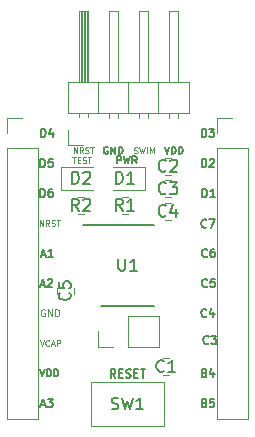
<source format=gbr>
G04 #@! TF.GenerationSoftware,KiCad,Pcbnew,(5.1.4)-1*
G04 #@! TF.CreationDate,2019-11-17T02:46:42+01:00*
G04 #@! TF.ProjectId,STM8_board,53544d38-5f62-46f6-9172-642e6b696361,1.0*
G04 #@! TF.SameCoordinates,Original*
G04 #@! TF.FileFunction,Legend,Top*
G04 #@! TF.FilePolarity,Positive*
%FSLAX46Y46*%
G04 Gerber Fmt 4.6, Leading zero omitted, Abs format (unit mm)*
G04 Created by KiCad (PCBNEW (5.1.4)-1) date 2019-11-17 02:46:42*
%MOMM*%
%LPD*%
G04 APERTURE LIST*
%ADD10C,0.125000*%
%ADD11C,0.150000*%
%ADD12C,0.120000*%
G04 APERTURE END LIST*
D10*
X137481571Y-84490690D02*
X137481571Y-83990690D01*
X137767285Y-84490690D01*
X137767285Y-83990690D01*
X138291095Y-84490690D02*
X138124428Y-84252595D01*
X138005380Y-84490690D02*
X138005380Y-83990690D01*
X138195857Y-83990690D01*
X138243476Y-84014500D01*
X138267285Y-84038309D01*
X138291095Y-84085928D01*
X138291095Y-84157357D01*
X138267285Y-84204976D01*
X138243476Y-84228785D01*
X138195857Y-84252595D01*
X138005380Y-84252595D01*
X138481571Y-84466880D02*
X138553000Y-84490690D01*
X138672047Y-84490690D01*
X138719666Y-84466880D01*
X138743476Y-84443071D01*
X138767285Y-84395452D01*
X138767285Y-84347833D01*
X138743476Y-84300214D01*
X138719666Y-84276404D01*
X138672047Y-84252595D01*
X138576809Y-84228785D01*
X138529190Y-84204976D01*
X138505380Y-84181166D01*
X138481571Y-84133547D01*
X138481571Y-84085928D01*
X138505380Y-84038309D01*
X138529190Y-84014500D01*
X138576809Y-83990690D01*
X138695857Y-83990690D01*
X138767285Y-84014500D01*
X138910142Y-83990690D02*
X139195857Y-83990690D01*
X139053000Y-84490690D02*
X139053000Y-83990690D01*
D11*
X140385857Y-83964500D02*
X140328714Y-83935928D01*
X140243000Y-83935928D01*
X140157285Y-83964500D01*
X140100142Y-84021642D01*
X140071571Y-84078785D01*
X140043000Y-84193071D01*
X140043000Y-84278785D01*
X140071571Y-84393071D01*
X140100142Y-84450214D01*
X140157285Y-84507357D01*
X140243000Y-84535928D01*
X140300142Y-84535928D01*
X140385857Y-84507357D01*
X140414428Y-84478785D01*
X140414428Y-84278785D01*
X140300142Y-84278785D01*
X140671571Y-84535928D02*
X140671571Y-83935928D01*
X141014428Y-84535928D01*
X141014428Y-83935928D01*
X141300142Y-84535928D02*
X141300142Y-83935928D01*
X141443000Y-83935928D01*
X141528714Y-83964500D01*
X141585857Y-84021642D01*
X141614428Y-84078785D01*
X141643000Y-84193071D01*
X141643000Y-84278785D01*
X141614428Y-84393071D01*
X141585857Y-84450214D01*
X141528714Y-84507357D01*
X141443000Y-84535928D01*
X141300142Y-84535928D01*
D10*
X142613166Y-84466880D02*
X142684595Y-84490690D01*
X142803642Y-84490690D01*
X142851261Y-84466880D01*
X142875071Y-84443071D01*
X142898880Y-84395452D01*
X142898880Y-84347833D01*
X142875071Y-84300214D01*
X142851261Y-84276404D01*
X142803642Y-84252595D01*
X142708404Y-84228785D01*
X142660785Y-84204976D01*
X142636976Y-84181166D01*
X142613166Y-84133547D01*
X142613166Y-84085928D01*
X142636976Y-84038309D01*
X142660785Y-84014500D01*
X142708404Y-83990690D01*
X142827452Y-83990690D01*
X142898880Y-84014500D01*
X143065547Y-83990690D02*
X143184595Y-84490690D01*
X143279833Y-84133547D01*
X143375071Y-84490690D01*
X143494119Y-83990690D01*
X143684595Y-84490690D02*
X143684595Y-83990690D01*
X143922690Y-84490690D02*
X143922690Y-83990690D01*
X144089357Y-84347833D01*
X144256023Y-83990690D01*
X144256023Y-84490690D01*
D11*
X145186500Y-83935928D02*
X145386500Y-84535928D01*
X145586500Y-83935928D01*
X145786500Y-84535928D02*
X145786500Y-83935928D01*
X145929357Y-83935928D01*
X146015071Y-83964500D01*
X146072214Y-84021642D01*
X146100785Y-84078785D01*
X146129357Y-84193071D01*
X146129357Y-84278785D01*
X146100785Y-84393071D01*
X146072214Y-84450214D01*
X146015071Y-84507357D01*
X145929357Y-84535928D01*
X145786500Y-84535928D01*
X146386500Y-84535928D02*
X146386500Y-83935928D01*
X146529357Y-83935928D01*
X146615071Y-83964500D01*
X146672214Y-84021642D01*
X146700785Y-84078785D01*
X146729357Y-84193071D01*
X146729357Y-84278785D01*
X146700785Y-84393071D01*
X146672214Y-84450214D01*
X146615071Y-84507357D01*
X146529357Y-84535928D01*
X146386500Y-84535928D01*
X148390833Y-88200666D02*
X148390833Y-87500666D01*
X148557500Y-87500666D01*
X148657500Y-87534000D01*
X148724166Y-87600666D01*
X148757500Y-87667333D01*
X148790833Y-87800666D01*
X148790833Y-87900666D01*
X148757500Y-88034000D01*
X148724166Y-88100666D01*
X148657500Y-88167333D01*
X148557500Y-88200666D01*
X148390833Y-88200666D01*
X149457500Y-88200666D02*
X149057500Y-88200666D01*
X149257500Y-88200666D02*
X149257500Y-87500666D01*
X149190833Y-87600666D01*
X149124166Y-87667333D01*
X149057500Y-87700666D01*
X134738333Y-83120666D02*
X134738333Y-82420666D01*
X134905000Y-82420666D01*
X135005000Y-82454000D01*
X135071666Y-82520666D01*
X135105000Y-82587333D01*
X135138333Y-82720666D01*
X135138333Y-82820666D01*
X135105000Y-82954000D01*
X135071666Y-83020666D01*
X135005000Y-83087333D01*
X134905000Y-83120666D01*
X134738333Y-83120666D01*
X135738333Y-82654000D02*
X135738333Y-83120666D01*
X135571666Y-82387333D02*
X135405000Y-82887333D01*
X135838333Y-82887333D01*
X134674833Y-85660666D02*
X134674833Y-84960666D01*
X134841500Y-84960666D01*
X134941500Y-84994000D01*
X135008166Y-85060666D01*
X135041500Y-85127333D01*
X135074833Y-85260666D01*
X135074833Y-85360666D01*
X135041500Y-85494000D01*
X135008166Y-85560666D01*
X134941500Y-85627333D01*
X134841500Y-85660666D01*
X134674833Y-85660666D01*
X135708166Y-84960666D02*
X135374833Y-84960666D01*
X135341500Y-85294000D01*
X135374833Y-85260666D01*
X135441500Y-85227333D01*
X135608166Y-85227333D01*
X135674833Y-85260666D01*
X135708166Y-85294000D01*
X135741500Y-85360666D01*
X135741500Y-85527333D01*
X135708166Y-85594000D01*
X135674833Y-85627333D01*
X135608166Y-85660666D01*
X135441500Y-85660666D01*
X135374833Y-85627333D01*
X135341500Y-85594000D01*
X134674833Y-88200666D02*
X134674833Y-87500666D01*
X134841500Y-87500666D01*
X134941500Y-87534000D01*
X135008166Y-87600666D01*
X135041500Y-87667333D01*
X135074833Y-87800666D01*
X135074833Y-87900666D01*
X135041500Y-88034000D01*
X135008166Y-88100666D01*
X134941500Y-88167333D01*
X134841500Y-88200666D01*
X134674833Y-88200666D01*
X135674833Y-87500666D02*
X135541500Y-87500666D01*
X135474833Y-87534000D01*
X135441500Y-87567333D01*
X135374833Y-87667333D01*
X135341500Y-87800666D01*
X135341500Y-88067333D01*
X135374833Y-88134000D01*
X135408166Y-88167333D01*
X135474833Y-88200666D01*
X135608166Y-88200666D01*
X135674833Y-88167333D01*
X135708166Y-88134000D01*
X135741500Y-88067333D01*
X135741500Y-87900666D01*
X135708166Y-87834000D01*
X135674833Y-87800666D01*
X135608166Y-87767333D01*
X135474833Y-87767333D01*
X135408166Y-87800666D01*
X135374833Y-87834000D01*
X135341500Y-87900666D01*
X148327333Y-85660666D02*
X148327333Y-84960666D01*
X148494000Y-84960666D01*
X148594000Y-84994000D01*
X148660666Y-85060666D01*
X148694000Y-85127333D01*
X148727333Y-85260666D01*
X148727333Y-85360666D01*
X148694000Y-85494000D01*
X148660666Y-85560666D01*
X148594000Y-85627333D01*
X148494000Y-85660666D01*
X148327333Y-85660666D01*
X148994000Y-85027333D02*
X149027333Y-84994000D01*
X149094000Y-84960666D01*
X149260666Y-84960666D01*
X149327333Y-84994000D01*
X149360666Y-85027333D01*
X149394000Y-85094000D01*
X149394000Y-85160666D01*
X149360666Y-85260666D01*
X148960666Y-85660666D01*
X149394000Y-85660666D01*
X148727333Y-90737500D02*
X148694000Y-90770833D01*
X148594000Y-90804166D01*
X148527333Y-90804166D01*
X148427333Y-90770833D01*
X148360666Y-90704166D01*
X148327333Y-90637500D01*
X148294000Y-90504166D01*
X148294000Y-90404166D01*
X148327333Y-90270833D01*
X148360666Y-90204166D01*
X148427333Y-90137500D01*
X148527333Y-90104166D01*
X148594000Y-90104166D01*
X148694000Y-90137500D01*
X148727333Y-90170833D01*
X148960666Y-90104166D02*
X149427333Y-90104166D01*
X149127333Y-90804166D01*
X148790833Y-93214000D02*
X148757500Y-93247333D01*
X148657500Y-93280666D01*
X148590833Y-93280666D01*
X148490833Y-93247333D01*
X148424166Y-93180666D01*
X148390833Y-93114000D01*
X148357500Y-92980666D01*
X148357500Y-92880666D01*
X148390833Y-92747333D01*
X148424166Y-92680666D01*
X148490833Y-92614000D01*
X148590833Y-92580666D01*
X148657500Y-92580666D01*
X148757500Y-92614000D01*
X148790833Y-92647333D01*
X149390833Y-92580666D02*
X149257500Y-92580666D01*
X149190833Y-92614000D01*
X149157500Y-92647333D01*
X149090833Y-92747333D01*
X149057500Y-92880666D01*
X149057500Y-93147333D01*
X149090833Y-93214000D01*
X149124166Y-93247333D01*
X149190833Y-93280666D01*
X149324166Y-93280666D01*
X149390833Y-93247333D01*
X149424166Y-93214000D01*
X149457500Y-93147333D01*
X149457500Y-92980666D01*
X149424166Y-92914000D01*
X149390833Y-92880666D01*
X149324166Y-92847333D01*
X149190833Y-92847333D01*
X149124166Y-92880666D01*
X149090833Y-92914000D01*
X149057500Y-92980666D01*
X148790833Y-95754000D02*
X148757500Y-95787333D01*
X148657500Y-95820666D01*
X148590833Y-95820666D01*
X148490833Y-95787333D01*
X148424166Y-95720666D01*
X148390833Y-95654000D01*
X148357500Y-95520666D01*
X148357500Y-95420666D01*
X148390833Y-95287333D01*
X148424166Y-95220666D01*
X148490833Y-95154000D01*
X148590833Y-95120666D01*
X148657500Y-95120666D01*
X148757500Y-95154000D01*
X148790833Y-95187333D01*
X149424166Y-95120666D02*
X149090833Y-95120666D01*
X149057500Y-95454000D01*
X149090833Y-95420666D01*
X149157500Y-95387333D01*
X149324166Y-95387333D01*
X149390833Y-95420666D01*
X149424166Y-95454000D01*
X149457500Y-95520666D01*
X149457500Y-95687333D01*
X149424166Y-95754000D01*
X149390833Y-95787333D01*
X149324166Y-95820666D01*
X149157500Y-95820666D01*
X149090833Y-95787333D01*
X149057500Y-95754000D01*
X148727333Y-98294000D02*
X148694000Y-98327333D01*
X148594000Y-98360666D01*
X148527333Y-98360666D01*
X148427333Y-98327333D01*
X148360666Y-98260666D01*
X148327333Y-98194000D01*
X148294000Y-98060666D01*
X148294000Y-97960666D01*
X148327333Y-97827333D01*
X148360666Y-97760666D01*
X148427333Y-97694000D01*
X148527333Y-97660666D01*
X148594000Y-97660666D01*
X148694000Y-97694000D01*
X148727333Y-97727333D01*
X149327333Y-97894000D02*
X149327333Y-98360666D01*
X149160666Y-97627333D02*
X148994000Y-98127333D01*
X149427333Y-98127333D01*
X148917833Y-100580000D02*
X148884500Y-100613333D01*
X148784500Y-100646666D01*
X148717833Y-100646666D01*
X148617833Y-100613333D01*
X148551166Y-100546666D01*
X148517833Y-100480000D01*
X148484500Y-100346666D01*
X148484500Y-100246666D01*
X148517833Y-100113333D01*
X148551166Y-100046666D01*
X148617833Y-99980000D01*
X148717833Y-99946666D01*
X148784500Y-99946666D01*
X148884500Y-99980000D01*
X148917833Y-100013333D01*
X149151166Y-99946666D02*
X149584500Y-99946666D01*
X149351166Y-100213333D01*
X149451166Y-100213333D01*
X149517833Y-100246666D01*
X149551166Y-100280000D01*
X149584500Y-100346666D01*
X149584500Y-100513333D01*
X149551166Y-100580000D01*
X149517833Y-100613333D01*
X149451166Y-100646666D01*
X149251166Y-100646666D01*
X149184500Y-100613333D01*
X149151166Y-100580000D01*
X148560666Y-103074000D02*
X148660666Y-103107333D01*
X148694000Y-103140666D01*
X148727333Y-103207333D01*
X148727333Y-103307333D01*
X148694000Y-103374000D01*
X148660666Y-103407333D01*
X148594000Y-103440666D01*
X148327333Y-103440666D01*
X148327333Y-102740666D01*
X148560666Y-102740666D01*
X148627333Y-102774000D01*
X148660666Y-102807333D01*
X148694000Y-102874000D01*
X148694000Y-102940666D01*
X148660666Y-103007333D01*
X148627333Y-103040666D01*
X148560666Y-103074000D01*
X148327333Y-103074000D01*
X149327333Y-102974000D02*
X149327333Y-103440666D01*
X149160666Y-102707333D02*
X148994000Y-103207333D01*
X149427333Y-103207333D01*
X148560666Y-105614000D02*
X148660666Y-105647333D01*
X148694000Y-105680666D01*
X148727333Y-105747333D01*
X148727333Y-105847333D01*
X148694000Y-105914000D01*
X148660666Y-105947333D01*
X148594000Y-105980666D01*
X148327333Y-105980666D01*
X148327333Y-105280666D01*
X148560666Y-105280666D01*
X148627333Y-105314000D01*
X148660666Y-105347333D01*
X148694000Y-105414000D01*
X148694000Y-105480666D01*
X148660666Y-105547333D01*
X148627333Y-105580666D01*
X148560666Y-105614000D01*
X148327333Y-105614000D01*
X149360666Y-105280666D02*
X149027333Y-105280666D01*
X148994000Y-105614000D01*
X149027333Y-105580666D01*
X149094000Y-105547333D01*
X149260666Y-105547333D01*
X149327333Y-105580666D01*
X149360666Y-105614000D01*
X149394000Y-105680666D01*
X149394000Y-105847333D01*
X149360666Y-105914000D01*
X149327333Y-105947333D01*
X149260666Y-105980666D01*
X149094000Y-105980666D01*
X149027333Y-105947333D01*
X148994000Y-105914000D01*
X141032833Y-103504166D02*
X140799500Y-103170833D01*
X140632833Y-103504166D02*
X140632833Y-102804166D01*
X140899500Y-102804166D01*
X140966166Y-102837500D01*
X140999500Y-102870833D01*
X141032833Y-102937500D01*
X141032833Y-103037500D01*
X140999500Y-103104166D01*
X140966166Y-103137500D01*
X140899500Y-103170833D01*
X140632833Y-103170833D01*
X141332833Y-103137500D02*
X141566166Y-103137500D01*
X141666166Y-103504166D02*
X141332833Y-103504166D01*
X141332833Y-102804166D01*
X141666166Y-102804166D01*
X141932833Y-103470833D02*
X142032833Y-103504166D01*
X142199500Y-103504166D01*
X142266166Y-103470833D01*
X142299500Y-103437500D01*
X142332833Y-103370833D01*
X142332833Y-103304166D01*
X142299500Y-103237500D01*
X142266166Y-103204166D01*
X142199500Y-103170833D01*
X142066166Y-103137500D01*
X141999500Y-103104166D01*
X141966166Y-103070833D01*
X141932833Y-103004166D01*
X141932833Y-102937500D01*
X141966166Y-102870833D01*
X141999500Y-102837500D01*
X142066166Y-102804166D01*
X142232833Y-102804166D01*
X142332833Y-102837500D01*
X142632833Y-103137500D02*
X142866166Y-103137500D01*
X142966166Y-103504166D02*
X142632833Y-103504166D01*
X142632833Y-102804166D01*
X142966166Y-102804166D01*
X143166166Y-102804166D02*
X143566166Y-102804166D01*
X143366166Y-103504166D02*
X143366166Y-102804166D01*
X134723833Y-105780666D02*
X135057166Y-105780666D01*
X134657166Y-105980666D02*
X134890500Y-105280666D01*
X135123833Y-105980666D01*
X135290500Y-105280666D02*
X135723833Y-105280666D01*
X135490500Y-105547333D01*
X135590500Y-105547333D01*
X135657166Y-105580666D01*
X135690500Y-105614000D01*
X135723833Y-105680666D01*
X135723833Y-105847333D01*
X135690500Y-105914000D01*
X135657166Y-105947333D01*
X135590500Y-105980666D01*
X135390500Y-105980666D01*
X135323833Y-105947333D01*
X135290500Y-105914000D01*
X148327333Y-83120666D02*
X148327333Y-82420666D01*
X148494000Y-82420666D01*
X148594000Y-82454000D01*
X148660666Y-82520666D01*
X148694000Y-82587333D01*
X148727333Y-82720666D01*
X148727333Y-82820666D01*
X148694000Y-82954000D01*
X148660666Y-83020666D01*
X148594000Y-83087333D01*
X148494000Y-83120666D01*
X148327333Y-83120666D01*
X148960666Y-82420666D02*
X149394000Y-82420666D01*
X149160666Y-82687333D01*
X149260666Y-82687333D01*
X149327333Y-82720666D01*
X149360666Y-82754000D01*
X149394000Y-82820666D01*
X149394000Y-82987333D01*
X149360666Y-83054000D01*
X149327333Y-83087333D01*
X149260666Y-83120666D01*
X149060666Y-83120666D01*
X148994000Y-83087333D01*
X148960666Y-83054000D01*
X134647642Y-102795428D02*
X134847642Y-103395428D01*
X135047642Y-102795428D01*
X135247642Y-103395428D02*
X135247642Y-102795428D01*
X135390500Y-102795428D01*
X135476214Y-102824000D01*
X135533357Y-102881142D01*
X135561928Y-102938285D01*
X135590500Y-103052571D01*
X135590500Y-103138285D01*
X135561928Y-103252571D01*
X135533357Y-103309714D01*
X135476214Y-103366857D01*
X135390500Y-103395428D01*
X135247642Y-103395428D01*
X135847642Y-103395428D02*
X135847642Y-102795428D01*
X135990500Y-102795428D01*
X136076214Y-102824000D01*
X136133357Y-102881142D01*
X136161928Y-102938285D01*
X136190500Y-103052571D01*
X136190500Y-103138285D01*
X136161928Y-103252571D01*
X136133357Y-103309714D01*
X136076214Y-103366857D01*
X135990500Y-103395428D01*
X135847642Y-103395428D01*
D10*
X134628047Y-100310190D02*
X134794714Y-100810190D01*
X134961380Y-100310190D01*
X135413761Y-100762571D02*
X135389952Y-100786380D01*
X135318523Y-100810190D01*
X135270904Y-100810190D01*
X135199476Y-100786380D01*
X135151857Y-100738761D01*
X135128047Y-100691142D01*
X135104238Y-100595904D01*
X135104238Y-100524476D01*
X135128047Y-100429238D01*
X135151857Y-100381619D01*
X135199476Y-100334000D01*
X135270904Y-100310190D01*
X135318523Y-100310190D01*
X135389952Y-100334000D01*
X135413761Y-100357809D01*
X135604238Y-100667333D02*
X135842333Y-100667333D01*
X135556619Y-100810190D02*
X135723285Y-100310190D01*
X135889952Y-100810190D01*
X136056619Y-100810190D02*
X136056619Y-100310190D01*
X136247095Y-100310190D01*
X136294714Y-100334000D01*
X136318523Y-100357809D01*
X136342333Y-100405428D01*
X136342333Y-100476857D01*
X136318523Y-100524476D01*
X136294714Y-100548285D01*
X136247095Y-100572095D01*
X136056619Y-100572095D01*
D11*
X134691500Y-95620666D02*
X135024833Y-95620666D01*
X134624833Y-95820666D02*
X134858166Y-95120666D01*
X135091500Y-95820666D01*
X135291500Y-95187333D02*
X135324833Y-95154000D01*
X135391500Y-95120666D01*
X135558166Y-95120666D01*
X135624833Y-95154000D01*
X135658166Y-95187333D01*
X135691500Y-95254000D01*
X135691500Y-95320666D01*
X135658166Y-95420666D01*
X135258166Y-95820666D01*
X135691500Y-95820666D01*
D10*
X135031392Y-97744000D02*
X134974250Y-97715428D01*
X134888535Y-97715428D01*
X134802821Y-97744000D01*
X134745678Y-97801142D01*
X134717107Y-97858285D01*
X134688535Y-97972571D01*
X134688535Y-98058285D01*
X134717107Y-98172571D01*
X134745678Y-98229714D01*
X134802821Y-98286857D01*
X134888535Y-98315428D01*
X134945678Y-98315428D01*
X135031392Y-98286857D01*
X135059964Y-98258285D01*
X135059964Y-98058285D01*
X134945678Y-98058285D01*
X135317107Y-98315428D02*
X135317107Y-97715428D01*
X135659964Y-98315428D01*
X135659964Y-97715428D01*
X135945678Y-98315428D02*
X135945678Y-97715428D01*
X136088535Y-97715428D01*
X136174250Y-97744000D01*
X136231392Y-97801142D01*
X136259964Y-97858285D01*
X136288535Y-97972571D01*
X136288535Y-98058285D01*
X136259964Y-98172571D01*
X136231392Y-98229714D01*
X136174250Y-98286857D01*
X136088535Y-98315428D01*
X135945678Y-98315428D01*
X134624071Y-90650190D02*
X134624071Y-90150190D01*
X134909785Y-90650190D01*
X134909785Y-90150190D01*
X135433595Y-90650190D02*
X135266928Y-90412095D01*
X135147880Y-90650190D02*
X135147880Y-90150190D01*
X135338357Y-90150190D01*
X135385976Y-90174000D01*
X135409785Y-90197809D01*
X135433595Y-90245428D01*
X135433595Y-90316857D01*
X135409785Y-90364476D01*
X135385976Y-90388285D01*
X135338357Y-90412095D01*
X135147880Y-90412095D01*
X135624071Y-90626380D02*
X135695500Y-90650190D01*
X135814547Y-90650190D01*
X135862166Y-90626380D01*
X135885976Y-90602571D01*
X135909785Y-90554952D01*
X135909785Y-90507333D01*
X135885976Y-90459714D01*
X135862166Y-90435904D01*
X135814547Y-90412095D01*
X135719309Y-90388285D01*
X135671690Y-90364476D01*
X135647880Y-90340666D01*
X135624071Y-90293047D01*
X135624071Y-90245428D01*
X135647880Y-90197809D01*
X135671690Y-90174000D01*
X135719309Y-90150190D01*
X135838357Y-90150190D01*
X135909785Y-90174000D01*
X136052642Y-90150190D02*
X136338357Y-90150190D01*
X136195500Y-90650190D02*
X136195500Y-90150190D01*
D11*
X134755000Y-93080666D02*
X135088333Y-93080666D01*
X134688333Y-93280666D02*
X134921666Y-92580666D01*
X135155000Y-93280666D01*
X135755000Y-93280666D02*
X135355000Y-93280666D01*
X135555000Y-93280666D02*
X135555000Y-92580666D01*
X135488333Y-92680666D01*
X135421666Y-92747333D01*
X135355000Y-92780666D01*
D10*
X137378380Y-84816190D02*
X137664095Y-84816190D01*
X137521238Y-85316190D02*
X137521238Y-84816190D01*
X137830761Y-85054285D02*
X137997428Y-85054285D01*
X138068857Y-85316190D02*
X137830761Y-85316190D01*
X137830761Y-84816190D01*
X138068857Y-84816190D01*
X138259333Y-85292380D02*
X138330761Y-85316190D01*
X138449809Y-85316190D01*
X138497428Y-85292380D01*
X138521238Y-85268571D01*
X138545047Y-85220952D01*
X138545047Y-85173333D01*
X138521238Y-85125714D01*
X138497428Y-85101904D01*
X138449809Y-85078095D01*
X138354571Y-85054285D01*
X138306952Y-85030476D01*
X138283142Y-85006666D01*
X138259333Y-84959047D01*
X138259333Y-84911428D01*
X138283142Y-84863809D01*
X138306952Y-84840000D01*
X138354571Y-84816190D01*
X138473619Y-84816190D01*
X138545047Y-84840000D01*
X138687904Y-84816190D02*
X138973619Y-84816190D01*
X138830761Y-85316190D02*
X138830761Y-84816190D01*
D11*
X141186000Y-85361428D02*
X141186000Y-84761428D01*
X141414571Y-84761428D01*
X141471714Y-84790000D01*
X141500285Y-84818571D01*
X141528857Y-84875714D01*
X141528857Y-84961428D01*
X141500285Y-85018571D01*
X141471714Y-85047142D01*
X141414571Y-85075714D01*
X141186000Y-85075714D01*
X141728857Y-84761428D02*
X141871714Y-85361428D01*
X141986000Y-84932857D01*
X142100285Y-85361428D01*
X142243142Y-84761428D01*
X142814571Y-85361428D02*
X142614571Y-85075714D01*
X142471714Y-85361428D02*
X142471714Y-84761428D01*
X142700285Y-84761428D01*
X142757428Y-84790000D01*
X142786000Y-84818571D01*
X142814571Y-84875714D01*
X142814571Y-84961428D01*
X142786000Y-85018571D01*
X142757428Y-85047142D01*
X142700285Y-85075714D01*
X142471714Y-85075714D01*
X138299500Y-90530000D02*
X144274500Y-90530000D01*
X139824500Y-97430000D02*
X144274500Y-97430000D01*
D12*
X145204922Y-86793000D02*
X145722078Y-86793000D01*
X145204922Y-88213000D02*
X145722078Y-88213000D01*
X137033000Y-83820000D02*
X137033000Y-82550000D01*
X138303000Y-83820000D02*
X137033000Y-83820000D01*
X146303000Y-81507071D02*
X146303000Y-81110000D01*
X145543000Y-81507071D02*
X145543000Y-81110000D01*
X146303000Y-72450000D02*
X146303000Y-78450000D01*
X145543000Y-72450000D02*
X146303000Y-72450000D01*
X145543000Y-78450000D02*
X145543000Y-72450000D01*
X144653000Y-81110000D02*
X144653000Y-78450000D01*
X143763000Y-81507071D02*
X143763000Y-81110000D01*
X143003000Y-81507071D02*
X143003000Y-81110000D01*
X143763000Y-72450000D02*
X143763000Y-78450000D01*
X143003000Y-72450000D02*
X143763000Y-72450000D01*
X143003000Y-78450000D02*
X143003000Y-72450000D01*
X142113000Y-81110000D02*
X142113000Y-78450000D01*
X141223000Y-81507071D02*
X141223000Y-81110000D01*
X140463000Y-81507071D02*
X140463000Y-81110000D01*
X141223000Y-72450000D02*
X141223000Y-78450000D01*
X140463000Y-72450000D02*
X141223000Y-72450000D01*
X140463000Y-78450000D02*
X140463000Y-72450000D01*
X139573000Y-81110000D02*
X139573000Y-78450000D01*
X138683000Y-81440000D02*
X138683000Y-81110000D01*
X137923000Y-81440000D02*
X137923000Y-81110000D01*
X138583000Y-78450000D02*
X138583000Y-72450000D01*
X138463000Y-78450000D02*
X138463000Y-72450000D01*
X138343000Y-78450000D02*
X138343000Y-72450000D01*
X138223000Y-78450000D02*
X138223000Y-72450000D01*
X138103000Y-78450000D02*
X138103000Y-72450000D01*
X137983000Y-78450000D02*
X137983000Y-72450000D01*
X138683000Y-72450000D02*
X138683000Y-78450000D01*
X137923000Y-72450000D02*
X138683000Y-72450000D01*
X137923000Y-78450000D02*
X137923000Y-72450000D01*
X136973000Y-78450000D02*
X136973000Y-81110000D01*
X147253000Y-78450000D02*
X136973000Y-78450000D01*
X147253000Y-81110000D02*
X147253000Y-78450000D01*
X136973000Y-81110000D02*
X147253000Y-81110000D01*
X139513000Y-100898000D02*
X139513000Y-99568000D01*
X140843000Y-100898000D02*
X139513000Y-100898000D01*
X142113000Y-100898000D02*
X142113000Y-98238000D01*
X142113000Y-98238000D02*
X144713000Y-98238000D01*
X142113000Y-100898000D02*
X144713000Y-100898000D01*
X144713000Y-100898000D02*
X144713000Y-98238000D01*
X145109500Y-103877500D02*
X145109500Y-107577500D01*
X138989500Y-103877500D02*
X145109500Y-103877500D01*
X138989500Y-107577500D02*
X138989500Y-103877500D01*
X145109500Y-107577500D02*
X138989500Y-107577500D01*
X137838922Y-89610000D02*
X138356078Y-89610000D01*
X137838922Y-88190000D02*
X138356078Y-88190000D01*
X142069078Y-88190000D02*
X141551922Y-88190000D01*
X142069078Y-89610000D02*
X141551922Y-89610000D01*
X149609500Y-81474000D02*
X150939500Y-81474000D01*
X149609500Y-82804000D02*
X149609500Y-81474000D01*
X149609500Y-84074000D02*
X152269500Y-84074000D01*
X152269500Y-84074000D02*
X152269500Y-106994000D01*
X149609500Y-84074000D02*
X149609500Y-106994000D01*
X149609500Y-106994000D02*
X152269500Y-106994000D01*
X131829500Y-81474000D02*
X133159500Y-81474000D01*
X131829500Y-82804000D02*
X131829500Y-81474000D01*
X131829500Y-84074000D02*
X134489500Y-84074000D01*
X134489500Y-84074000D02*
X134489500Y-106994000D01*
X131829500Y-84074000D02*
X131829500Y-106994000D01*
X131829500Y-106994000D02*
X134489500Y-106994000D01*
X136412500Y-87574000D02*
X139097500Y-87574000D01*
X136412500Y-85654000D02*
X136412500Y-87574000D01*
X139097500Y-85654000D02*
X136412500Y-85654000D01*
X143495500Y-85654000D02*
X140810500Y-85654000D01*
X143495500Y-87574000D02*
X143495500Y-85654000D01*
X140810500Y-87574000D02*
X143495500Y-87574000D01*
X137489000Y-96397578D02*
X137489000Y-95880422D01*
X136069000Y-96397578D02*
X136069000Y-95880422D01*
X145204922Y-90118000D02*
X145722078Y-90118000D01*
X145204922Y-88698000D02*
X145722078Y-88698000D01*
X145204922Y-86308000D02*
X145722078Y-86308000D01*
X145204922Y-84888000D02*
X145722078Y-84888000D01*
X145546578Y-101842500D02*
X145029422Y-101842500D01*
X145546578Y-103262500D02*
X145029422Y-103262500D01*
D11*
X141287595Y-93432380D02*
X141287595Y-94241904D01*
X141335214Y-94337142D01*
X141382833Y-94384761D01*
X141478071Y-94432380D01*
X141668547Y-94432380D01*
X141763785Y-94384761D01*
X141811404Y-94337142D01*
X141859023Y-94241904D01*
X141859023Y-93432380D01*
X142859023Y-94432380D02*
X142287595Y-94432380D01*
X142573309Y-94432380D02*
X142573309Y-93432380D01*
X142478071Y-93575238D01*
X142382833Y-93670476D01*
X142287595Y-93718095D01*
X145296833Y-87860142D02*
X145249214Y-87907761D01*
X145106357Y-87955380D01*
X145011119Y-87955380D01*
X144868261Y-87907761D01*
X144773023Y-87812523D01*
X144725404Y-87717285D01*
X144677785Y-87526809D01*
X144677785Y-87383952D01*
X144725404Y-87193476D01*
X144773023Y-87098238D01*
X144868261Y-87003000D01*
X145011119Y-86955380D01*
X145106357Y-86955380D01*
X145249214Y-87003000D01*
X145296833Y-87050619D01*
X145630166Y-86955380D02*
X146249214Y-86955380D01*
X145915880Y-87336333D01*
X146058738Y-87336333D01*
X146153976Y-87383952D01*
X146201595Y-87431571D01*
X146249214Y-87526809D01*
X146249214Y-87764904D01*
X146201595Y-87860142D01*
X146153976Y-87907761D01*
X146058738Y-87955380D01*
X145773023Y-87955380D01*
X145677785Y-87907761D01*
X145630166Y-87860142D01*
X140716166Y-106132261D02*
X140859023Y-106179880D01*
X141097119Y-106179880D01*
X141192357Y-106132261D01*
X141239976Y-106084642D01*
X141287595Y-105989404D01*
X141287595Y-105894166D01*
X141239976Y-105798928D01*
X141192357Y-105751309D01*
X141097119Y-105703690D01*
X140906642Y-105656071D01*
X140811404Y-105608452D01*
X140763785Y-105560833D01*
X140716166Y-105465595D01*
X140716166Y-105370357D01*
X140763785Y-105275119D01*
X140811404Y-105227500D01*
X140906642Y-105179880D01*
X141144738Y-105179880D01*
X141287595Y-105227500D01*
X141620928Y-105179880D02*
X141859023Y-106179880D01*
X142049500Y-105465595D01*
X142239976Y-106179880D01*
X142478071Y-105179880D01*
X143382833Y-106179880D02*
X142811404Y-106179880D01*
X143097119Y-106179880D02*
X143097119Y-105179880D01*
X143001880Y-105322738D01*
X142906642Y-105417976D01*
X142811404Y-105465595D01*
X137930833Y-89352380D02*
X137597500Y-88876190D01*
X137359404Y-89352380D02*
X137359404Y-88352380D01*
X137740357Y-88352380D01*
X137835595Y-88400000D01*
X137883214Y-88447619D01*
X137930833Y-88542857D01*
X137930833Y-88685714D01*
X137883214Y-88780952D01*
X137835595Y-88828571D01*
X137740357Y-88876190D01*
X137359404Y-88876190D01*
X138311785Y-88447619D02*
X138359404Y-88400000D01*
X138454642Y-88352380D01*
X138692738Y-88352380D01*
X138787976Y-88400000D01*
X138835595Y-88447619D01*
X138883214Y-88542857D01*
X138883214Y-88638095D01*
X138835595Y-88780952D01*
X138264166Y-89352380D01*
X138883214Y-89352380D01*
X141643833Y-89352380D02*
X141310500Y-88876190D01*
X141072404Y-89352380D02*
X141072404Y-88352380D01*
X141453357Y-88352380D01*
X141548595Y-88400000D01*
X141596214Y-88447619D01*
X141643833Y-88542857D01*
X141643833Y-88685714D01*
X141596214Y-88780952D01*
X141548595Y-88828571D01*
X141453357Y-88876190D01*
X141072404Y-88876190D01*
X142596214Y-89352380D02*
X142024785Y-89352380D01*
X142310500Y-89352380D02*
X142310500Y-88352380D01*
X142215261Y-88495238D01*
X142120023Y-88590476D01*
X142024785Y-88638095D01*
X137359404Y-87066380D02*
X137359404Y-86066380D01*
X137597500Y-86066380D01*
X137740357Y-86114000D01*
X137835595Y-86209238D01*
X137883214Y-86304476D01*
X137930833Y-86494952D01*
X137930833Y-86637809D01*
X137883214Y-86828285D01*
X137835595Y-86923523D01*
X137740357Y-87018761D01*
X137597500Y-87066380D01*
X137359404Y-87066380D01*
X138311785Y-86161619D02*
X138359404Y-86114000D01*
X138454642Y-86066380D01*
X138692738Y-86066380D01*
X138787976Y-86114000D01*
X138835595Y-86161619D01*
X138883214Y-86256857D01*
X138883214Y-86352095D01*
X138835595Y-86494952D01*
X138264166Y-87066380D01*
X138883214Y-87066380D01*
X141072404Y-87066380D02*
X141072404Y-86066380D01*
X141310500Y-86066380D01*
X141453357Y-86114000D01*
X141548595Y-86209238D01*
X141596214Y-86304476D01*
X141643833Y-86494952D01*
X141643833Y-86637809D01*
X141596214Y-86828285D01*
X141548595Y-86923523D01*
X141453357Y-87018761D01*
X141310500Y-87066380D01*
X141072404Y-87066380D01*
X142596214Y-87066380D02*
X142024785Y-87066380D01*
X142310500Y-87066380D02*
X142310500Y-86066380D01*
X142215261Y-86209238D01*
X142120023Y-86304476D01*
X142024785Y-86352095D01*
X137136142Y-96305666D02*
X137183761Y-96353285D01*
X137231380Y-96496142D01*
X137231380Y-96591380D01*
X137183761Y-96734238D01*
X137088523Y-96829476D01*
X136993285Y-96877095D01*
X136802809Y-96924714D01*
X136659952Y-96924714D01*
X136469476Y-96877095D01*
X136374238Y-96829476D01*
X136279000Y-96734238D01*
X136231380Y-96591380D01*
X136231380Y-96496142D01*
X136279000Y-96353285D01*
X136326619Y-96305666D01*
X136231380Y-95400904D02*
X136231380Y-95877095D01*
X136707571Y-95924714D01*
X136659952Y-95877095D01*
X136612333Y-95781857D01*
X136612333Y-95543761D01*
X136659952Y-95448523D01*
X136707571Y-95400904D01*
X136802809Y-95353285D01*
X137040904Y-95353285D01*
X137136142Y-95400904D01*
X137183761Y-95448523D01*
X137231380Y-95543761D01*
X137231380Y-95781857D01*
X137183761Y-95877095D01*
X137136142Y-95924714D01*
X145296833Y-89765142D02*
X145249214Y-89812761D01*
X145106357Y-89860380D01*
X145011119Y-89860380D01*
X144868261Y-89812761D01*
X144773023Y-89717523D01*
X144725404Y-89622285D01*
X144677785Y-89431809D01*
X144677785Y-89288952D01*
X144725404Y-89098476D01*
X144773023Y-89003238D01*
X144868261Y-88908000D01*
X145011119Y-88860380D01*
X145106357Y-88860380D01*
X145249214Y-88908000D01*
X145296833Y-88955619D01*
X146153976Y-89193714D02*
X146153976Y-89860380D01*
X145915880Y-88812761D02*
X145677785Y-89527047D01*
X146296833Y-89527047D01*
X145296833Y-85955142D02*
X145249214Y-86002761D01*
X145106357Y-86050380D01*
X145011119Y-86050380D01*
X144868261Y-86002761D01*
X144773023Y-85907523D01*
X144725404Y-85812285D01*
X144677785Y-85621809D01*
X144677785Y-85478952D01*
X144725404Y-85288476D01*
X144773023Y-85193238D01*
X144868261Y-85098000D01*
X145011119Y-85050380D01*
X145106357Y-85050380D01*
X145249214Y-85098000D01*
X145296833Y-85145619D01*
X145677785Y-85145619D02*
X145725404Y-85098000D01*
X145820642Y-85050380D01*
X146058738Y-85050380D01*
X146153976Y-85098000D01*
X146201595Y-85145619D01*
X146249214Y-85240857D01*
X146249214Y-85336095D01*
X146201595Y-85478952D01*
X145630166Y-86050380D01*
X146249214Y-86050380D01*
X145121333Y-102909642D02*
X145073714Y-102957261D01*
X144930857Y-103004880D01*
X144835619Y-103004880D01*
X144692761Y-102957261D01*
X144597523Y-102862023D01*
X144549904Y-102766785D01*
X144502285Y-102576309D01*
X144502285Y-102433452D01*
X144549904Y-102242976D01*
X144597523Y-102147738D01*
X144692761Y-102052500D01*
X144835619Y-102004880D01*
X144930857Y-102004880D01*
X145073714Y-102052500D01*
X145121333Y-102100119D01*
X146073714Y-103004880D02*
X145502285Y-103004880D01*
X145788000Y-103004880D02*
X145788000Y-102004880D01*
X145692761Y-102147738D01*
X145597523Y-102242976D01*
X145502285Y-102290595D01*
M02*

</source>
